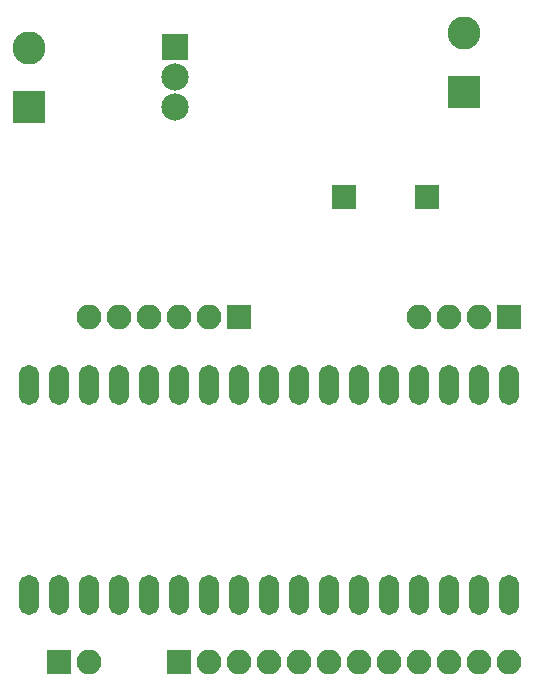
<source format=gbr>
%TF.GenerationSoftware,KiCad,Pcbnew,5.1.6*%
%TF.CreationDate,2020-09-09T09:45:11+10:00*%
%TF.ProjectId,TX,54582e6b-6963-4616-945f-706362585858,rev?*%
%TF.SameCoordinates,Original*%
%TF.FileFunction,Soldermask,Bot*%
%TF.FilePolarity,Negative*%
%FSLAX46Y46*%
G04 Gerber Fmt 4.6, Leading zero omitted, Abs format (unit mm)*
G04 Created by KiCad (PCBNEW 5.1.6) date 2020-09-09 09:45:11*
%MOMM*%
%LPD*%
G01*
G04 APERTURE LIST*
%ADD10R,2.800000X2.800000*%
%ADD11C,2.800000*%
%ADD12O,1.700000X3.400000*%
%ADD13R,2.305000X2.305000*%
%ADD14C,2.305000*%
%ADD15R,2.100000X2.100000*%
%ADD16O,2.100000X2.100000*%
G04 APERTURE END LIST*
D10*
%TO.C,Battery*%
X134620000Y-80010000D03*
D11*
X134620000Y-75010000D03*
%TD*%
D12*
%TO.C,STM32F103C8T6*%
X134620000Y-103512620D03*
X134620000Y-121292620D03*
X137160000Y-103505000D03*
X137160000Y-121285000D03*
X139700000Y-103505000D03*
X139700000Y-121285000D03*
X142240000Y-103512620D03*
X142240000Y-121285000D03*
X144780000Y-103512620D03*
X144780000Y-121285000D03*
X147320000Y-103505000D03*
X147320000Y-121285000D03*
X149860000Y-103512620D03*
X149860000Y-121285000D03*
X152400000Y-103505000D03*
X152400000Y-121292620D03*
X154940000Y-103512620D03*
X154940000Y-121292620D03*
X157480000Y-103512620D03*
X157480000Y-121292620D03*
X160020000Y-103512620D03*
X160020000Y-121292620D03*
X162560000Y-103512620D03*
X162560000Y-121285000D03*
X165100000Y-103512620D03*
X165100000Y-121292620D03*
X167640000Y-103505000D03*
X167640000Y-121292620D03*
X170180000Y-103512620D03*
X170180000Y-121285000D03*
X172720000Y-103512620D03*
X172720000Y-121285000D03*
X175260000Y-103505000D03*
X175260000Y-121285000D03*
%TD*%
D13*
%TO.C,5VR*%
X146939000Y-74930000D03*
D14*
X146939000Y-77470000D03*
X146939000Y-80010000D03*
%TD*%
D10*
%TO.C,LED*%
X171450000Y-78740000D03*
D11*
X171450000Y-73740000D03*
%TD*%
D15*
%TO.C,1x2*%
X137160000Y-127000000D03*
D16*
X139700000Y-127000000D03*
%TD*%
D15*
%TO.C,1x4*%
X175260000Y-97790000D03*
D16*
X172720000Y-97790000D03*
X170180000Y-97790000D03*
X167640000Y-97790000D03*
%TD*%
D15*
%TO.C,1x6*%
X152400000Y-97790000D03*
D16*
X149860000Y-97790000D03*
X147320000Y-97790000D03*
X144780000Y-97790000D03*
X142240000Y-97790000D03*
X139700000Y-97790000D03*
%TD*%
D15*
%TO.C,1x12*%
X147320000Y-127000000D03*
D16*
X149860000Y-127000000D03*
X152400000Y-127000000D03*
X154940000Y-127000000D03*
X157480000Y-127000000D03*
X160020000Y-127000000D03*
X162560000Y-127000000D03*
X165100000Y-127000000D03*
X167640000Y-127000000D03*
X170180000Y-127000000D03*
X172720000Y-127000000D03*
X175260000Y-127000000D03*
%TD*%
D15*
%TO.C,GND*%
X161290000Y-87630000D03*
%TD*%
%TO.C,LED_Pin*%
X168275000Y-87630000D03*
%TD*%
M02*

</source>
